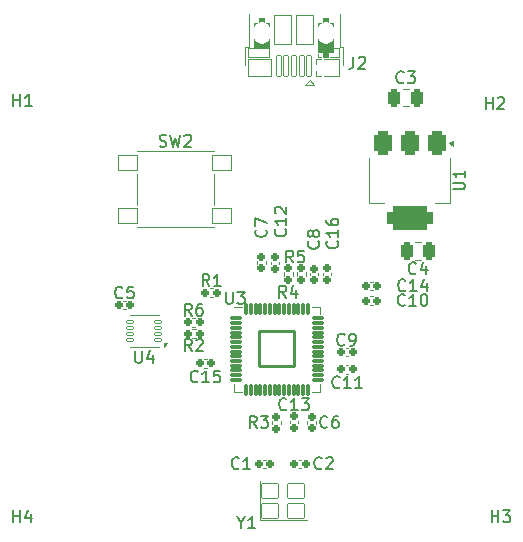
<source format=gto>
G04 #@! TF.GenerationSoftware,KiCad,Pcbnew,8.0.5*
G04 #@! TF.CreationDate,2024-09-17T16:22:35-07:00*
G04 #@! TF.ProjectId,RP2040_PCB,52503230-3430-45f5-9043-422e6b696361,rev?*
G04 #@! TF.SameCoordinates,Original*
G04 #@! TF.FileFunction,Legend,Top*
G04 #@! TF.FilePolarity,Positive*
%FSLAX46Y46*%
G04 Gerber Fmt 4.6, Leading zero omitted, Abs format (unit mm)*
G04 Created by KiCad (PCBNEW 8.0.5) date 2024-09-17 16:22:35*
%MOMM*%
%LPD*%
G01*
G04 APERTURE LIST*
G04 Aperture macros list*
%AMRoundRect*
0 Rectangle with rounded corners*
0 $1 Rounding radius*
0 $2 $3 $4 $5 $6 $7 $8 $9 X,Y pos of 4 corners*
0 Add a 4 corners polygon primitive as box body*
4,1,4,$2,$3,$4,$5,$6,$7,$8,$9,$2,$3,0*
0 Add four circle primitives for the rounded corners*
1,1,$1+$1,$2,$3*
1,1,$1+$1,$4,$5*
1,1,$1+$1,$6,$7*
1,1,$1+$1,$8,$9*
0 Add four rect primitives between the rounded corners*
20,1,$1+$1,$2,$3,$4,$5,0*
20,1,$1+$1,$4,$5,$6,$7,0*
20,1,$1+$1,$6,$7,$8,$9,0*
20,1,$1+$1,$8,$9,$2,$3,0*%
%AMFreePoly0*
4,1,14,0.526870,0.876870,0.538000,0.850000,0.538000,-0.850000,0.526870,-0.876870,0.500000,-0.888000,-0.500000,-0.888000,-0.526870,-0.876870,-0.538000,-0.850000,-0.538000,0.550000,-0.526870,0.576870,-0.226870,0.876870,-0.200000,0.888000,0.500000,0.888000,0.526870,0.876870,0.526870,0.876870,$1*%
G04 Aperture macros list end*
%ADD10C,0.150000*%
%ADD11C,0.120000*%
%ADD12C,2.776000*%
%ADD13RoundRect,0.154000X-0.204000X0.154000X-0.204000X-0.154000X0.204000X-0.154000X0.204000X0.154000X0*%
%ADD14RoundRect,0.269000X-0.269000X-0.494000X0.269000X-0.494000X0.269000X0.494000X-0.269000X0.494000X0*%
%ADD15RoundRect,0.159000X0.159000X0.189000X-0.159000X0.189000X-0.159000X-0.189000X0.159000X-0.189000X0*%
%ADD16RoundRect,0.159000X-0.159000X-0.189000X0.159000X-0.189000X0.159000X0.189000X-0.159000X0.189000X0*%
%ADD17RoundRect,0.038000X-0.775000X-0.650000X0.775000X-0.650000X0.775000X0.650000X-0.775000X0.650000X0*%
%ADD18RoundRect,0.159000X-0.189000X0.159000X-0.189000X-0.159000X0.189000X-0.159000X0.189000X0.159000X0*%
%ADD19RoundRect,0.159000X0.189000X-0.159000X0.189000X0.159000X-0.189000X0.159000X-0.189000X-0.159000X0*%
%ADD20RoundRect,0.154000X0.154000X0.204000X-0.154000X0.204000X-0.154000X-0.204000X0.154000X-0.204000X0*%
%ADD21RoundRect,0.394000X-0.394000X0.644000X-0.394000X-0.644000X0.394000X-0.644000X0.394000X0.644000X0*%
%ADD22RoundRect,0.519000X-1.419000X0.519000X-1.419000X-0.519000X1.419000X-0.519000X1.419000X0.519000X0*%
%ADD23RoundRect,0.038000X0.275000X0.125000X-0.275000X0.125000X-0.275000X-0.125000X0.275000X-0.125000X0*%
%ADD24RoundRect,0.038000X-0.275000X-0.125000X0.275000X-0.125000X0.275000X0.125000X-0.275000X0.125000X0*%
%ADD25FreePoly0,180.000000*%
%ADD26RoundRect,0.069000X-0.406500X-0.069000X0.406500X-0.069000X0.406500X0.069000X-0.406500X0.069000X0*%
%ADD27RoundRect,0.069000X-0.069000X-0.406500X0.069000X-0.406500X0.069000X0.406500X-0.069000X0.406500X0*%
%ADD28RoundRect,0.147420X-1.490580X-1.490580X1.490580X-1.490580X1.490580X1.490580X-1.490580X1.490580X0*%
%ADD29RoundRect,0.038000X-0.200000X0.875000X-0.200000X-0.875000X0.200000X-0.875000X0.200000X0.875000X0*%
%ADD30RoundRect,0.038000X0.912500X0.350000X-0.912500X0.350000X-0.912500X-0.350000X0.912500X-0.350000X0*%
%ADD31RoundRect,0.038000X1.000000X0.730000X-1.000000X0.730000X-1.000000X-0.730000X1.000000X-0.730000X0*%
%ADD32RoundRect,0.407296X0.280704X1.255704X-0.280704X1.255704X-0.280704X-1.255704X0.280704X-1.255704X0*%
%ADD33O,1.376000X1.876000*%
%ADD34O,1.126000X1.526000*%
%ADD35RoundRect,0.038000X-0.712500X1.250000X-0.712500X-1.250000X0.712500X-1.250000X0.712500X1.250000X0*%
%ADD36RoundRect,0.038000X-0.700000X-0.600000X0.700000X-0.600000X0.700000X0.600000X-0.700000X0.600000X0*%
G04 APERTURE END LIST*
D10*
X171144161Y-84666600D02*
X171144161Y-83666600D01*
X171144161Y-84142790D02*
X171715589Y-84142790D01*
X171715589Y-84666600D02*
X171715589Y-83666600D01*
X172144161Y-83761838D02*
X172191780Y-83714219D01*
X172191780Y-83714219D02*
X172287018Y-83666600D01*
X172287018Y-83666600D02*
X172525113Y-83666600D01*
X172525113Y-83666600D02*
X172620351Y-83714219D01*
X172620351Y-83714219D02*
X172667970Y-83761838D01*
X172667970Y-83761838D02*
X172715589Y-83857076D01*
X172715589Y-83857076D02*
X172715589Y-83952314D01*
X172715589Y-83952314D02*
X172667970Y-84095171D01*
X172667970Y-84095171D02*
X172096542Y-84666600D01*
X172096542Y-84666600D02*
X172715589Y-84666600D01*
X154833333Y-97666600D02*
X154500000Y-97190409D01*
X154261905Y-97666600D02*
X154261905Y-96666600D01*
X154261905Y-96666600D02*
X154642857Y-96666600D01*
X154642857Y-96666600D02*
X154738095Y-96714219D01*
X154738095Y-96714219D02*
X154785714Y-96761838D01*
X154785714Y-96761838D02*
X154833333Y-96857076D01*
X154833333Y-96857076D02*
X154833333Y-96999933D01*
X154833333Y-96999933D02*
X154785714Y-97095171D01*
X154785714Y-97095171D02*
X154738095Y-97142790D01*
X154738095Y-97142790D02*
X154642857Y-97190409D01*
X154642857Y-97190409D02*
X154261905Y-97190409D01*
X155738095Y-96666600D02*
X155261905Y-96666600D01*
X155261905Y-96666600D02*
X155214286Y-97142790D01*
X155214286Y-97142790D02*
X155261905Y-97095171D01*
X155261905Y-97095171D02*
X155357143Y-97047552D01*
X155357143Y-97047552D02*
X155595238Y-97047552D01*
X155595238Y-97047552D02*
X155690476Y-97095171D01*
X155690476Y-97095171D02*
X155738095Y-97142790D01*
X155738095Y-97142790D02*
X155785714Y-97238028D01*
X155785714Y-97238028D02*
X155785714Y-97476123D01*
X155785714Y-97476123D02*
X155738095Y-97571361D01*
X155738095Y-97571361D02*
X155690476Y-97618981D01*
X155690476Y-97618981D02*
X155595238Y-97666600D01*
X155595238Y-97666600D02*
X155357143Y-97666600D01*
X155357143Y-97666600D02*
X155261905Y-97618981D01*
X155261905Y-97618981D02*
X155214286Y-97571361D01*
X131144161Y-119666600D02*
X131144161Y-118666600D01*
X131144161Y-119142790D02*
X131715589Y-119142790D01*
X131715589Y-119666600D02*
X131715589Y-118666600D01*
X132620351Y-118999933D02*
X132620351Y-119666600D01*
X132382256Y-118618981D02*
X132144161Y-119333266D01*
X132144161Y-119333266D02*
X132763208Y-119333266D01*
X165239399Y-98571361D02*
X165191780Y-98618981D01*
X165191780Y-98618981D02*
X165048923Y-98666600D01*
X165048923Y-98666600D02*
X164953685Y-98666600D01*
X164953685Y-98666600D02*
X164810828Y-98618981D01*
X164810828Y-98618981D02*
X164715590Y-98523742D01*
X164715590Y-98523742D02*
X164667971Y-98428504D01*
X164667971Y-98428504D02*
X164620352Y-98238028D01*
X164620352Y-98238028D02*
X164620352Y-98095171D01*
X164620352Y-98095171D02*
X164667971Y-97904695D01*
X164667971Y-97904695D02*
X164715590Y-97809457D01*
X164715590Y-97809457D02*
X164810828Y-97714219D01*
X164810828Y-97714219D02*
X164953685Y-97666600D01*
X164953685Y-97666600D02*
X165048923Y-97666600D01*
X165048923Y-97666600D02*
X165191780Y-97714219D01*
X165191780Y-97714219D02*
X165239399Y-97761838D01*
X166096542Y-97999933D02*
X166096542Y-98666600D01*
X165858447Y-97618981D02*
X165620352Y-98333266D01*
X165620352Y-98333266D02*
X166239399Y-98333266D01*
X146763208Y-107731361D02*
X146715589Y-107778981D01*
X146715589Y-107778981D02*
X146572732Y-107826600D01*
X146572732Y-107826600D02*
X146477494Y-107826600D01*
X146477494Y-107826600D02*
X146334637Y-107778981D01*
X146334637Y-107778981D02*
X146239399Y-107683742D01*
X146239399Y-107683742D02*
X146191780Y-107588504D01*
X146191780Y-107588504D02*
X146144161Y-107398028D01*
X146144161Y-107398028D02*
X146144161Y-107255171D01*
X146144161Y-107255171D02*
X146191780Y-107064695D01*
X146191780Y-107064695D02*
X146239399Y-106969457D01*
X146239399Y-106969457D02*
X146334637Y-106874219D01*
X146334637Y-106874219D02*
X146477494Y-106826600D01*
X146477494Y-106826600D02*
X146572732Y-106826600D01*
X146572732Y-106826600D02*
X146715589Y-106874219D01*
X146715589Y-106874219D02*
X146763208Y-106921838D01*
X147715589Y-107826600D02*
X147144161Y-107826600D01*
X147429875Y-107826600D02*
X147429875Y-106826600D01*
X147429875Y-106826600D02*
X147334637Y-106969457D01*
X147334637Y-106969457D02*
X147239399Y-107064695D01*
X147239399Y-107064695D02*
X147144161Y-107112314D01*
X148620351Y-106826600D02*
X148144161Y-106826600D01*
X148144161Y-106826600D02*
X148096542Y-107302790D01*
X148096542Y-107302790D02*
X148144161Y-107255171D01*
X148144161Y-107255171D02*
X148239399Y-107207552D01*
X148239399Y-107207552D02*
X148477494Y-107207552D01*
X148477494Y-107207552D02*
X148572732Y-107255171D01*
X148572732Y-107255171D02*
X148620351Y-107302790D01*
X148620351Y-107302790D02*
X148667970Y-107398028D01*
X148667970Y-107398028D02*
X148667970Y-107636123D01*
X148667970Y-107636123D02*
X148620351Y-107731361D01*
X148620351Y-107731361D02*
X148572732Y-107778981D01*
X148572732Y-107778981D02*
X148477494Y-107826600D01*
X148477494Y-107826600D02*
X148239399Y-107826600D01*
X148239399Y-107826600D02*
X148144161Y-107778981D01*
X148144161Y-107778981D02*
X148096542Y-107731361D01*
X157239399Y-115071361D02*
X157191780Y-115118981D01*
X157191780Y-115118981D02*
X157048923Y-115166600D01*
X157048923Y-115166600D02*
X156953685Y-115166600D01*
X156953685Y-115166600D02*
X156810828Y-115118981D01*
X156810828Y-115118981D02*
X156715590Y-115023742D01*
X156715590Y-115023742D02*
X156667971Y-114928504D01*
X156667971Y-114928504D02*
X156620352Y-114738028D01*
X156620352Y-114738028D02*
X156620352Y-114595171D01*
X156620352Y-114595171D02*
X156667971Y-114404695D01*
X156667971Y-114404695D02*
X156715590Y-114309457D01*
X156715590Y-114309457D02*
X156810828Y-114214219D01*
X156810828Y-114214219D02*
X156953685Y-114166600D01*
X156953685Y-114166600D02*
X157048923Y-114166600D01*
X157048923Y-114166600D02*
X157191780Y-114214219D01*
X157191780Y-114214219D02*
X157239399Y-114261838D01*
X157620352Y-114261838D02*
X157667971Y-114214219D01*
X157667971Y-114214219D02*
X157763209Y-114166600D01*
X157763209Y-114166600D02*
X158001304Y-114166600D01*
X158001304Y-114166600D02*
X158096542Y-114214219D01*
X158096542Y-114214219D02*
X158144161Y-114261838D01*
X158144161Y-114261838D02*
X158191780Y-114357076D01*
X158191780Y-114357076D02*
X158191780Y-114452314D01*
X158191780Y-114452314D02*
X158144161Y-114595171D01*
X158144161Y-114595171D02*
X157572733Y-115166600D01*
X157572733Y-115166600D02*
X158191780Y-115166600D01*
X143527733Y-87818981D02*
X143670590Y-87866600D01*
X143670590Y-87866600D02*
X143908685Y-87866600D01*
X143908685Y-87866600D02*
X144003923Y-87818981D01*
X144003923Y-87818981D02*
X144051542Y-87771361D01*
X144051542Y-87771361D02*
X144099161Y-87676123D01*
X144099161Y-87676123D02*
X144099161Y-87580885D01*
X144099161Y-87580885D02*
X144051542Y-87485647D01*
X144051542Y-87485647D02*
X144003923Y-87438028D01*
X144003923Y-87438028D02*
X143908685Y-87390409D01*
X143908685Y-87390409D02*
X143718209Y-87342790D01*
X143718209Y-87342790D02*
X143622971Y-87295171D01*
X143622971Y-87295171D02*
X143575352Y-87247552D01*
X143575352Y-87247552D02*
X143527733Y-87152314D01*
X143527733Y-87152314D02*
X143527733Y-87057076D01*
X143527733Y-87057076D02*
X143575352Y-86961838D01*
X143575352Y-86961838D02*
X143622971Y-86914219D01*
X143622971Y-86914219D02*
X143718209Y-86866600D01*
X143718209Y-86866600D02*
X143956304Y-86866600D01*
X143956304Y-86866600D02*
X144099161Y-86914219D01*
X144432495Y-86866600D02*
X144670590Y-87866600D01*
X144670590Y-87866600D02*
X144861066Y-87152314D01*
X144861066Y-87152314D02*
X145051542Y-87866600D01*
X145051542Y-87866600D02*
X145289638Y-86866600D01*
X145622971Y-86961838D02*
X145670590Y-86914219D01*
X145670590Y-86914219D02*
X145765828Y-86866600D01*
X145765828Y-86866600D02*
X146003923Y-86866600D01*
X146003923Y-86866600D02*
X146099161Y-86914219D01*
X146099161Y-86914219D02*
X146146780Y-86961838D01*
X146146780Y-86961838D02*
X146194399Y-87057076D01*
X146194399Y-87057076D02*
X146194399Y-87152314D01*
X146194399Y-87152314D02*
X146146780Y-87295171D01*
X146146780Y-87295171D02*
X145575352Y-87866600D01*
X145575352Y-87866600D02*
X146194399Y-87866600D01*
X154263208Y-110071361D02*
X154215589Y-110118981D01*
X154215589Y-110118981D02*
X154072732Y-110166600D01*
X154072732Y-110166600D02*
X153977494Y-110166600D01*
X153977494Y-110166600D02*
X153834637Y-110118981D01*
X153834637Y-110118981D02*
X153739399Y-110023742D01*
X153739399Y-110023742D02*
X153691780Y-109928504D01*
X153691780Y-109928504D02*
X153644161Y-109738028D01*
X153644161Y-109738028D02*
X153644161Y-109595171D01*
X153644161Y-109595171D02*
X153691780Y-109404695D01*
X153691780Y-109404695D02*
X153739399Y-109309457D01*
X153739399Y-109309457D02*
X153834637Y-109214219D01*
X153834637Y-109214219D02*
X153977494Y-109166600D01*
X153977494Y-109166600D02*
X154072732Y-109166600D01*
X154072732Y-109166600D02*
X154215589Y-109214219D01*
X154215589Y-109214219D02*
X154263208Y-109261838D01*
X155215589Y-110166600D02*
X154644161Y-110166600D01*
X154929875Y-110166600D02*
X154929875Y-109166600D01*
X154929875Y-109166600D02*
X154834637Y-109309457D01*
X154834637Y-109309457D02*
X154739399Y-109404695D01*
X154739399Y-109404695D02*
X154644161Y-109452314D01*
X155548923Y-109166600D02*
X156167970Y-109166600D01*
X156167970Y-109166600D02*
X155834637Y-109547552D01*
X155834637Y-109547552D02*
X155977494Y-109547552D01*
X155977494Y-109547552D02*
X156072732Y-109595171D01*
X156072732Y-109595171D02*
X156120351Y-109642790D01*
X156120351Y-109642790D02*
X156167970Y-109738028D01*
X156167970Y-109738028D02*
X156167970Y-109976123D01*
X156167970Y-109976123D02*
X156120351Y-110071361D01*
X156120351Y-110071361D02*
X156072732Y-110118981D01*
X156072732Y-110118981D02*
X155977494Y-110166600D01*
X155977494Y-110166600D02*
X155691780Y-110166600D01*
X155691780Y-110166600D02*
X155596542Y-110118981D01*
X155596542Y-110118981D02*
X155548923Y-110071361D01*
X159183333Y-104609580D02*
X159135714Y-104657200D01*
X159135714Y-104657200D02*
X158992857Y-104704819D01*
X158992857Y-104704819D02*
X158897619Y-104704819D01*
X158897619Y-104704819D02*
X158754762Y-104657200D01*
X158754762Y-104657200D02*
X158659524Y-104561961D01*
X158659524Y-104561961D02*
X158611905Y-104466723D01*
X158611905Y-104466723D02*
X158564286Y-104276247D01*
X158564286Y-104276247D02*
X158564286Y-104133390D01*
X158564286Y-104133390D02*
X158611905Y-103942914D01*
X158611905Y-103942914D02*
X158659524Y-103847676D01*
X158659524Y-103847676D02*
X158754762Y-103752438D01*
X158754762Y-103752438D02*
X158897619Y-103704819D01*
X158897619Y-103704819D02*
X158992857Y-103704819D01*
X158992857Y-103704819D02*
X159135714Y-103752438D01*
X159135714Y-103752438D02*
X159183333Y-103800057D01*
X159659524Y-104704819D02*
X159850000Y-104704819D01*
X159850000Y-104704819D02*
X159945238Y-104657200D01*
X159945238Y-104657200D02*
X159992857Y-104609580D01*
X159992857Y-104609580D02*
X160088095Y-104466723D01*
X160088095Y-104466723D02*
X160135714Y-104276247D01*
X160135714Y-104276247D02*
X160135714Y-103895295D01*
X160135714Y-103895295D02*
X160088095Y-103800057D01*
X160088095Y-103800057D02*
X160040476Y-103752438D01*
X160040476Y-103752438D02*
X159945238Y-103704819D01*
X159945238Y-103704819D02*
X159754762Y-103704819D01*
X159754762Y-103704819D02*
X159659524Y-103752438D01*
X159659524Y-103752438D02*
X159611905Y-103800057D01*
X159611905Y-103800057D02*
X159564286Y-103895295D01*
X159564286Y-103895295D02*
X159564286Y-104133390D01*
X159564286Y-104133390D02*
X159611905Y-104228628D01*
X159611905Y-104228628D02*
X159659524Y-104276247D01*
X159659524Y-104276247D02*
X159754762Y-104323866D01*
X159754762Y-104323866D02*
X159945238Y-104323866D01*
X159945238Y-104323866D02*
X160040476Y-104276247D01*
X160040476Y-104276247D02*
X160088095Y-104228628D01*
X160088095Y-104228628D02*
X160135714Y-104133390D01*
X164297142Y-101259580D02*
X164249523Y-101307200D01*
X164249523Y-101307200D02*
X164106666Y-101354819D01*
X164106666Y-101354819D02*
X164011428Y-101354819D01*
X164011428Y-101354819D02*
X163868571Y-101307200D01*
X163868571Y-101307200D02*
X163773333Y-101211961D01*
X163773333Y-101211961D02*
X163725714Y-101116723D01*
X163725714Y-101116723D02*
X163678095Y-100926247D01*
X163678095Y-100926247D02*
X163678095Y-100783390D01*
X163678095Y-100783390D02*
X163725714Y-100592914D01*
X163725714Y-100592914D02*
X163773333Y-100497676D01*
X163773333Y-100497676D02*
X163868571Y-100402438D01*
X163868571Y-100402438D02*
X164011428Y-100354819D01*
X164011428Y-100354819D02*
X164106666Y-100354819D01*
X164106666Y-100354819D02*
X164249523Y-100402438D01*
X164249523Y-100402438D02*
X164297142Y-100450057D01*
X165249523Y-101354819D02*
X164678095Y-101354819D01*
X164963809Y-101354819D02*
X164963809Y-100354819D01*
X164963809Y-100354819D02*
X164868571Y-100497676D01*
X164868571Y-100497676D02*
X164773333Y-100592914D01*
X164773333Y-100592914D02*
X164678095Y-100640533D01*
X165868571Y-100354819D02*
X165963809Y-100354819D01*
X165963809Y-100354819D02*
X166059047Y-100402438D01*
X166059047Y-100402438D02*
X166106666Y-100450057D01*
X166106666Y-100450057D02*
X166154285Y-100545295D01*
X166154285Y-100545295D02*
X166201904Y-100735771D01*
X166201904Y-100735771D02*
X166201904Y-100973866D01*
X166201904Y-100973866D02*
X166154285Y-101164342D01*
X166154285Y-101164342D02*
X166106666Y-101259580D01*
X166106666Y-101259580D02*
X166059047Y-101307200D01*
X166059047Y-101307200D02*
X165963809Y-101354819D01*
X165963809Y-101354819D02*
X165868571Y-101354819D01*
X165868571Y-101354819D02*
X165773333Y-101307200D01*
X165773333Y-101307200D02*
X165725714Y-101259580D01*
X165725714Y-101259580D02*
X165678095Y-101164342D01*
X165678095Y-101164342D02*
X165630476Y-100973866D01*
X165630476Y-100973866D02*
X165630476Y-100735771D01*
X165630476Y-100735771D02*
X165678095Y-100545295D01*
X165678095Y-100545295D02*
X165725714Y-100450057D01*
X165725714Y-100450057D02*
X165773333Y-100402438D01*
X165773333Y-100402438D02*
X165868571Y-100354819D01*
X157739399Y-111571361D02*
X157691780Y-111618981D01*
X157691780Y-111618981D02*
X157548923Y-111666600D01*
X157548923Y-111666600D02*
X157453685Y-111666600D01*
X157453685Y-111666600D02*
X157310828Y-111618981D01*
X157310828Y-111618981D02*
X157215590Y-111523742D01*
X157215590Y-111523742D02*
X157167971Y-111428504D01*
X157167971Y-111428504D02*
X157120352Y-111238028D01*
X157120352Y-111238028D02*
X157120352Y-111095171D01*
X157120352Y-111095171D02*
X157167971Y-110904695D01*
X157167971Y-110904695D02*
X157215590Y-110809457D01*
X157215590Y-110809457D02*
X157310828Y-110714219D01*
X157310828Y-110714219D02*
X157453685Y-110666600D01*
X157453685Y-110666600D02*
X157548923Y-110666600D01*
X157548923Y-110666600D02*
X157691780Y-110714219D01*
X157691780Y-110714219D02*
X157739399Y-110761838D01*
X158596542Y-110666600D02*
X158406066Y-110666600D01*
X158406066Y-110666600D02*
X158310828Y-110714219D01*
X158310828Y-110714219D02*
X158263209Y-110761838D01*
X158263209Y-110761838D02*
X158167971Y-110904695D01*
X158167971Y-110904695D02*
X158120352Y-111095171D01*
X158120352Y-111095171D02*
X158120352Y-111476123D01*
X158120352Y-111476123D02*
X158167971Y-111571361D01*
X158167971Y-111571361D02*
X158215590Y-111618981D01*
X158215590Y-111618981D02*
X158310828Y-111666600D01*
X158310828Y-111666600D02*
X158501304Y-111666600D01*
X158501304Y-111666600D02*
X158596542Y-111618981D01*
X158596542Y-111618981D02*
X158644161Y-111571361D01*
X158644161Y-111571361D02*
X158691780Y-111476123D01*
X158691780Y-111476123D02*
X158691780Y-111238028D01*
X158691780Y-111238028D02*
X158644161Y-111142790D01*
X158644161Y-111142790D02*
X158596542Y-111095171D01*
X158596542Y-111095171D02*
X158501304Y-111047552D01*
X158501304Y-111047552D02*
X158310828Y-111047552D01*
X158310828Y-111047552D02*
X158215590Y-111095171D01*
X158215590Y-111095171D02*
X158167971Y-111142790D01*
X158167971Y-111142790D02*
X158120352Y-111238028D01*
X158559580Y-95854638D02*
X158607200Y-95902257D01*
X158607200Y-95902257D02*
X158654819Y-96045114D01*
X158654819Y-96045114D02*
X158654819Y-96140352D01*
X158654819Y-96140352D02*
X158607200Y-96283209D01*
X158607200Y-96283209D02*
X158511961Y-96378447D01*
X158511961Y-96378447D02*
X158416723Y-96426066D01*
X158416723Y-96426066D02*
X158226247Y-96473685D01*
X158226247Y-96473685D02*
X158083390Y-96473685D01*
X158083390Y-96473685D02*
X157892914Y-96426066D01*
X157892914Y-96426066D02*
X157797676Y-96378447D01*
X157797676Y-96378447D02*
X157702438Y-96283209D01*
X157702438Y-96283209D02*
X157654819Y-96140352D01*
X157654819Y-96140352D02*
X157654819Y-96045114D01*
X157654819Y-96045114D02*
X157702438Y-95902257D01*
X157702438Y-95902257D02*
X157750057Y-95854638D01*
X158654819Y-94902257D02*
X158654819Y-95473685D01*
X158654819Y-95187971D02*
X157654819Y-95187971D01*
X157654819Y-95187971D02*
X157797676Y-95283209D01*
X157797676Y-95283209D02*
X157892914Y-95378447D01*
X157892914Y-95378447D02*
X157940533Y-95473685D01*
X157654819Y-94045114D02*
X157654819Y-94235590D01*
X157654819Y-94235590D02*
X157702438Y-94330828D01*
X157702438Y-94330828D02*
X157750057Y-94378447D01*
X157750057Y-94378447D02*
X157892914Y-94473685D01*
X157892914Y-94473685D02*
X158083390Y-94521304D01*
X158083390Y-94521304D02*
X158464342Y-94521304D01*
X158464342Y-94521304D02*
X158559580Y-94473685D01*
X158559580Y-94473685D02*
X158607200Y-94426066D01*
X158607200Y-94426066D02*
X158654819Y-94330828D01*
X158654819Y-94330828D02*
X158654819Y-94140352D01*
X158654819Y-94140352D02*
X158607200Y-94045114D01*
X158607200Y-94045114D02*
X158559580Y-93997495D01*
X158559580Y-93997495D02*
X158464342Y-93949876D01*
X158464342Y-93949876D02*
X158226247Y-93949876D01*
X158226247Y-93949876D02*
X158131009Y-93997495D01*
X158131009Y-93997495D02*
X158083390Y-94045114D01*
X158083390Y-94045114D02*
X158035771Y-94140352D01*
X158035771Y-94140352D02*
X158035771Y-94330828D01*
X158035771Y-94330828D02*
X158083390Y-94426066D01*
X158083390Y-94426066D02*
X158131009Y-94473685D01*
X158131009Y-94473685D02*
X158226247Y-94521304D01*
X154233333Y-100634819D02*
X153900000Y-100158628D01*
X153661905Y-100634819D02*
X153661905Y-99634819D01*
X153661905Y-99634819D02*
X154042857Y-99634819D01*
X154042857Y-99634819D02*
X154138095Y-99682438D01*
X154138095Y-99682438D02*
X154185714Y-99730057D01*
X154185714Y-99730057D02*
X154233333Y-99825295D01*
X154233333Y-99825295D02*
X154233333Y-99968152D01*
X154233333Y-99968152D02*
X154185714Y-100063390D01*
X154185714Y-100063390D02*
X154138095Y-100111009D01*
X154138095Y-100111009D02*
X154042857Y-100158628D01*
X154042857Y-100158628D02*
X153661905Y-100158628D01*
X155090476Y-99968152D02*
X155090476Y-100634819D01*
X154852381Y-99587200D02*
X154614286Y-100301485D01*
X154614286Y-100301485D02*
X155233333Y-100301485D01*
X158763208Y-108209580D02*
X158715589Y-108257200D01*
X158715589Y-108257200D02*
X158572732Y-108304819D01*
X158572732Y-108304819D02*
X158477494Y-108304819D01*
X158477494Y-108304819D02*
X158334637Y-108257200D01*
X158334637Y-108257200D02*
X158239399Y-108161961D01*
X158239399Y-108161961D02*
X158191780Y-108066723D01*
X158191780Y-108066723D02*
X158144161Y-107876247D01*
X158144161Y-107876247D02*
X158144161Y-107733390D01*
X158144161Y-107733390D02*
X158191780Y-107542914D01*
X158191780Y-107542914D02*
X158239399Y-107447676D01*
X158239399Y-107447676D02*
X158334637Y-107352438D01*
X158334637Y-107352438D02*
X158477494Y-107304819D01*
X158477494Y-107304819D02*
X158572732Y-107304819D01*
X158572732Y-107304819D02*
X158715589Y-107352438D01*
X158715589Y-107352438D02*
X158763208Y-107400057D01*
X159715589Y-108304819D02*
X159144161Y-108304819D01*
X159429875Y-108304819D02*
X159429875Y-107304819D01*
X159429875Y-107304819D02*
X159334637Y-107447676D01*
X159334637Y-107447676D02*
X159239399Y-107542914D01*
X159239399Y-107542914D02*
X159144161Y-107590533D01*
X160667970Y-108304819D02*
X160096542Y-108304819D01*
X160382256Y-108304819D02*
X160382256Y-107304819D01*
X160382256Y-107304819D02*
X160287018Y-107447676D01*
X160287018Y-107447676D02*
X160191780Y-107542914D01*
X160191780Y-107542914D02*
X160096542Y-107590533D01*
X164189399Y-82391361D02*
X164141780Y-82438981D01*
X164141780Y-82438981D02*
X163998923Y-82486600D01*
X163998923Y-82486600D02*
X163903685Y-82486600D01*
X163903685Y-82486600D02*
X163760828Y-82438981D01*
X163760828Y-82438981D02*
X163665590Y-82343742D01*
X163665590Y-82343742D02*
X163617971Y-82248504D01*
X163617971Y-82248504D02*
X163570352Y-82058028D01*
X163570352Y-82058028D02*
X163570352Y-81915171D01*
X163570352Y-81915171D02*
X163617971Y-81724695D01*
X163617971Y-81724695D02*
X163665590Y-81629457D01*
X163665590Y-81629457D02*
X163760828Y-81534219D01*
X163760828Y-81534219D02*
X163903685Y-81486600D01*
X163903685Y-81486600D02*
X163998923Y-81486600D01*
X163998923Y-81486600D02*
X164141780Y-81534219D01*
X164141780Y-81534219D02*
X164189399Y-81581838D01*
X164522733Y-81486600D02*
X165141780Y-81486600D01*
X165141780Y-81486600D02*
X164808447Y-81867552D01*
X164808447Y-81867552D02*
X164951304Y-81867552D01*
X164951304Y-81867552D02*
X165046542Y-81915171D01*
X165046542Y-81915171D02*
X165094161Y-81962790D01*
X165094161Y-81962790D02*
X165141780Y-82058028D01*
X165141780Y-82058028D02*
X165141780Y-82296123D01*
X165141780Y-82296123D02*
X165094161Y-82391361D01*
X165094161Y-82391361D02*
X165046542Y-82438981D01*
X165046542Y-82438981D02*
X164951304Y-82486600D01*
X164951304Y-82486600D02*
X164665590Y-82486600D01*
X164665590Y-82486600D02*
X164570352Y-82438981D01*
X164570352Y-82438981D02*
X164522733Y-82391361D01*
X146239399Y-102166600D02*
X145906066Y-101690409D01*
X145667971Y-102166600D02*
X145667971Y-101166600D01*
X145667971Y-101166600D02*
X146048923Y-101166600D01*
X146048923Y-101166600D02*
X146144161Y-101214219D01*
X146144161Y-101214219D02*
X146191780Y-101261838D01*
X146191780Y-101261838D02*
X146239399Y-101357076D01*
X146239399Y-101357076D02*
X146239399Y-101499933D01*
X146239399Y-101499933D02*
X146191780Y-101595171D01*
X146191780Y-101595171D02*
X146144161Y-101642790D01*
X146144161Y-101642790D02*
X146048923Y-101690409D01*
X146048923Y-101690409D02*
X145667971Y-101690409D01*
X147096542Y-101166600D02*
X146906066Y-101166600D01*
X146906066Y-101166600D02*
X146810828Y-101214219D01*
X146810828Y-101214219D02*
X146763209Y-101261838D01*
X146763209Y-101261838D02*
X146667971Y-101404695D01*
X146667971Y-101404695D02*
X146620352Y-101595171D01*
X146620352Y-101595171D02*
X146620352Y-101976123D01*
X146620352Y-101976123D02*
X146667971Y-102071361D01*
X146667971Y-102071361D02*
X146715590Y-102118981D01*
X146715590Y-102118981D02*
X146810828Y-102166600D01*
X146810828Y-102166600D02*
X147001304Y-102166600D01*
X147001304Y-102166600D02*
X147096542Y-102118981D01*
X147096542Y-102118981D02*
X147144161Y-102071361D01*
X147144161Y-102071361D02*
X147191780Y-101976123D01*
X147191780Y-101976123D02*
X147191780Y-101738028D01*
X147191780Y-101738028D02*
X147144161Y-101642790D01*
X147144161Y-101642790D02*
X147096542Y-101595171D01*
X147096542Y-101595171D02*
X147001304Y-101547552D01*
X147001304Y-101547552D02*
X146810828Y-101547552D01*
X146810828Y-101547552D02*
X146715590Y-101595171D01*
X146715590Y-101595171D02*
X146667971Y-101642790D01*
X146667971Y-101642790D02*
X146620352Y-101738028D01*
X150239399Y-115071361D02*
X150191780Y-115118981D01*
X150191780Y-115118981D02*
X150048923Y-115166600D01*
X150048923Y-115166600D02*
X149953685Y-115166600D01*
X149953685Y-115166600D02*
X149810828Y-115118981D01*
X149810828Y-115118981D02*
X149715590Y-115023742D01*
X149715590Y-115023742D02*
X149667971Y-114928504D01*
X149667971Y-114928504D02*
X149620352Y-114738028D01*
X149620352Y-114738028D02*
X149620352Y-114595171D01*
X149620352Y-114595171D02*
X149667971Y-114404695D01*
X149667971Y-114404695D02*
X149715590Y-114309457D01*
X149715590Y-114309457D02*
X149810828Y-114214219D01*
X149810828Y-114214219D02*
X149953685Y-114166600D01*
X149953685Y-114166600D02*
X150048923Y-114166600D01*
X150048923Y-114166600D02*
X150191780Y-114214219D01*
X150191780Y-114214219D02*
X150239399Y-114261838D01*
X151191780Y-115166600D02*
X150620352Y-115166600D01*
X150906066Y-115166600D02*
X150906066Y-114166600D01*
X150906066Y-114166600D02*
X150810828Y-114309457D01*
X150810828Y-114309457D02*
X150715590Y-114404695D01*
X150715590Y-114404695D02*
X150620352Y-114452314D01*
X164327142Y-100009580D02*
X164279523Y-100057200D01*
X164279523Y-100057200D02*
X164136666Y-100104819D01*
X164136666Y-100104819D02*
X164041428Y-100104819D01*
X164041428Y-100104819D02*
X163898571Y-100057200D01*
X163898571Y-100057200D02*
X163803333Y-99961961D01*
X163803333Y-99961961D02*
X163755714Y-99866723D01*
X163755714Y-99866723D02*
X163708095Y-99676247D01*
X163708095Y-99676247D02*
X163708095Y-99533390D01*
X163708095Y-99533390D02*
X163755714Y-99342914D01*
X163755714Y-99342914D02*
X163803333Y-99247676D01*
X163803333Y-99247676D02*
X163898571Y-99152438D01*
X163898571Y-99152438D02*
X164041428Y-99104819D01*
X164041428Y-99104819D02*
X164136666Y-99104819D01*
X164136666Y-99104819D02*
X164279523Y-99152438D01*
X164279523Y-99152438D02*
X164327142Y-99200057D01*
X165279523Y-100104819D02*
X164708095Y-100104819D01*
X164993809Y-100104819D02*
X164993809Y-99104819D01*
X164993809Y-99104819D02*
X164898571Y-99247676D01*
X164898571Y-99247676D02*
X164803333Y-99342914D01*
X164803333Y-99342914D02*
X164708095Y-99390533D01*
X166136666Y-99438152D02*
X166136666Y-100104819D01*
X165898571Y-99057200D02*
X165660476Y-99771485D01*
X165660476Y-99771485D02*
X166279523Y-99771485D01*
X156959580Y-95866666D02*
X157007200Y-95914285D01*
X157007200Y-95914285D02*
X157054819Y-96057142D01*
X157054819Y-96057142D02*
X157054819Y-96152380D01*
X157054819Y-96152380D02*
X157007200Y-96295237D01*
X157007200Y-96295237D02*
X156911961Y-96390475D01*
X156911961Y-96390475D02*
X156816723Y-96438094D01*
X156816723Y-96438094D02*
X156626247Y-96485713D01*
X156626247Y-96485713D02*
X156483390Y-96485713D01*
X156483390Y-96485713D02*
X156292914Y-96438094D01*
X156292914Y-96438094D02*
X156197676Y-96390475D01*
X156197676Y-96390475D02*
X156102438Y-96295237D01*
X156102438Y-96295237D02*
X156054819Y-96152380D01*
X156054819Y-96152380D02*
X156054819Y-96057142D01*
X156054819Y-96057142D02*
X156102438Y-95914285D01*
X156102438Y-95914285D02*
X156150057Y-95866666D01*
X156483390Y-95295237D02*
X156435771Y-95390475D01*
X156435771Y-95390475D02*
X156388152Y-95438094D01*
X156388152Y-95438094D02*
X156292914Y-95485713D01*
X156292914Y-95485713D02*
X156245295Y-95485713D01*
X156245295Y-95485713D02*
X156150057Y-95438094D01*
X156150057Y-95438094D02*
X156102438Y-95390475D01*
X156102438Y-95390475D02*
X156054819Y-95295237D01*
X156054819Y-95295237D02*
X156054819Y-95104761D01*
X156054819Y-95104761D02*
X156102438Y-95009523D01*
X156102438Y-95009523D02*
X156150057Y-94961904D01*
X156150057Y-94961904D02*
X156245295Y-94914285D01*
X156245295Y-94914285D02*
X156292914Y-94914285D01*
X156292914Y-94914285D02*
X156388152Y-94961904D01*
X156388152Y-94961904D02*
X156435771Y-95009523D01*
X156435771Y-95009523D02*
X156483390Y-95104761D01*
X156483390Y-95104761D02*
X156483390Y-95295237D01*
X156483390Y-95295237D02*
X156531009Y-95390475D01*
X156531009Y-95390475D02*
X156578628Y-95438094D01*
X156578628Y-95438094D02*
X156673866Y-95485713D01*
X156673866Y-95485713D02*
X156864342Y-95485713D01*
X156864342Y-95485713D02*
X156959580Y-95438094D01*
X156959580Y-95438094D02*
X157007200Y-95390475D01*
X157007200Y-95390475D02*
X157054819Y-95295237D01*
X157054819Y-95295237D02*
X157054819Y-95104761D01*
X157054819Y-95104761D02*
X157007200Y-95009523D01*
X157007200Y-95009523D02*
X156959580Y-94961904D01*
X156959580Y-94961904D02*
X156864342Y-94914285D01*
X156864342Y-94914285D02*
X156673866Y-94914285D01*
X156673866Y-94914285D02*
X156578628Y-94961904D01*
X156578628Y-94961904D02*
X156531009Y-95009523D01*
X156531009Y-95009523D02*
X156483390Y-95104761D01*
X168360885Y-91473685D02*
X169170408Y-91473685D01*
X169170408Y-91473685D02*
X169265646Y-91426066D01*
X169265646Y-91426066D02*
X169313266Y-91378447D01*
X169313266Y-91378447D02*
X169360885Y-91283209D01*
X169360885Y-91283209D02*
X169360885Y-91092733D01*
X169360885Y-91092733D02*
X169313266Y-90997495D01*
X169313266Y-90997495D02*
X169265646Y-90949876D01*
X169265646Y-90949876D02*
X169170408Y-90902257D01*
X169170408Y-90902257D02*
X168360885Y-90902257D01*
X169360885Y-89902257D02*
X169360885Y-90473685D01*
X169360885Y-90187971D02*
X168360885Y-90187971D01*
X168360885Y-90187971D02*
X168503742Y-90283209D01*
X168503742Y-90283209D02*
X168598980Y-90378447D01*
X168598980Y-90378447D02*
X168646599Y-90473685D01*
X154159580Y-94842857D02*
X154207200Y-94890476D01*
X154207200Y-94890476D02*
X154254819Y-95033333D01*
X154254819Y-95033333D02*
X154254819Y-95128571D01*
X154254819Y-95128571D02*
X154207200Y-95271428D01*
X154207200Y-95271428D02*
X154111961Y-95366666D01*
X154111961Y-95366666D02*
X154016723Y-95414285D01*
X154016723Y-95414285D02*
X153826247Y-95461904D01*
X153826247Y-95461904D02*
X153683390Y-95461904D01*
X153683390Y-95461904D02*
X153492914Y-95414285D01*
X153492914Y-95414285D02*
X153397676Y-95366666D01*
X153397676Y-95366666D02*
X153302438Y-95271428D01*
X153302438Y-95271428D02*
X153254819Y-95128571D01*
X153254819Y-95128571D02*
X153254819Y-95033333D01*
X153254819Y-95033333D02*
X153302438Y-94890476D01*
X153302438Y-94890476D02*
X153350057Y-94842857D01*
X154254819Y-93890476D02*
X154254819Y-94461904D01*
X154254819Y-94176190D02*
X153254819Y-94176190D01*
X153254819Y-94176190D02*
X153397676Y-94271428D01*
X153397676Y-94271428D02*
X153492914Y-94366666D01*
X153492914Y-94366666D02*
X153540533Y-94461904D01*
X153350057Y-93509523D02*
X153302438Y-93461904D01*
X153302438Y-93461904D02*
X153254819Y-93366666D01*
X153254819Y-93366666D02*
X153254819Y-93128571D01*
X153254819Y-93128571D02*
X153302438Y-93033333D01*
X153302438Y-93033333D02*
X153350057Y-92985714D01*
X153350057Y-92985714D02*
X153445295Y-92938095D01*
X153445295Y-92938095D02*
X153540533Y-92938095D01*
X153540533Y-92938095D02*
X153683390Y-92985714D01*
X153683390Y-92985714D02*
X154254819Y-93557142D01*
X154254819Y-93557142D02*
X154254819Y-92938095D01*
X140383333Y-100609580D02*
X140335714Y-100657200D01*
X140335714Y-100657200D02*
X140192857Y-100704819D01*
X140192857Y-100704819D02*
X140097619Y-100704819D01*
X140097619Y-100704819D02*
X139954762Y-100657200D01*
X139954762Y-100657200D02*
X139859524Y-100561961D01*
X139859524Y-100561961D02*
X139811905Y-100466723D01*
X139811905Y-100466723D02*
X139764286Y-100276247D01*
X139764286Y-100276247D02*
X139764286Y-100133390D01*
X139764286Y-100133390D02*
X139811905Y-99942914D01*
X139811905Y-99942914D02*
X139859524Y-99847676D01*
X139859524Y-99847676D02*
X139954762Y-99752438D01*
X139954762Y-99752438D02*
X140097619Y-99704819D01*
X140097619Y-99704819D02*
X140192857Y-99704819D01*
X140192857Y-99704819D02*
X140335714Y-99752438D01*
X140335714Y-99752438D02*
X140383333Y-99800057D01*
X141288095Y-99704819D02*
X140811905Y-99704819D01*
X140811905Y-99704819D02*
X140764286Y-100181009D01*
X140764286Y-100181009D02*
X140811905Y-100133390D01*
X140811905Y-100133390D02*
X140907143Y-100085771D01*
X140907143Y-100085771D02*
X141145238Y-100085771D01*
X141145238Y-100085771D02*
X141240476Y-100133390D01*
X141240476Y-100133390D02*
X141288095Y-100181009D01*
X141288095Y-100181009D02*
X141335714Y-100276247D01*
X141335714Y-100276247D02*
X141335714Y-100514342D01*
X141335714Y-100514342D02*
X141288095Y-100609580D01*
X141288095Y-100609580D02*
X141240476Y-100657200D01*
X141240476Y-100657200D02*
X141145238Y-100704819D01*
X141145238Y-100704819D02*
X140907143Y-100704819D01*
X140907143Y-100704819D02*
X140811905Y-100657200D01*
X140811905Y-100657200D02*
X140764286Y-100609580D01*
X152509580Y-94878447D02*
X152557200Y-94926066D01*
X152557200Y-94926066D02*
X152604819Y-95068923D01*
X152604819Y-95068923D02*
X152604819Y-95164161D01*
X152604819Y-95164161D02*
X152557200Y-95307018D01*
X152557200Y-95307018D02*
X152461961Y-95402256D01*
X152461961Y-95402256D02*
X152366723Y-95449875D01*
X152366723Y-95449875D02*
X152176247Y-95497494D01*
X152176247Y-95497494D02*
X152033390Y-95497494D01*
X152033390Y-95497494D02*
X151842914Y-95449875D01*
X151842914Y-95449875D02*
X151747676Y-95402256D01*
X151747676Y-95402256D02*
X151652438Y-95307018D01*
X151652438Y-95307018D02*
X151604819Y-95164161D01*
X151604819Y-95164161D02*
X151604819Y-95068923D01*
X151604819Y-95068923D02*
X151652438Y-94926066D01*
X151652438Y-94926066D02*
X151700057Y-94878447D01*
X151604819Y-94545113D02*
X151604819Y-93878447D01*
X151604819Y-93878447D02*
X152604819Y-94307018D01*
X131144161Y-84416600D02*
X131144161Y-83416600D01*
X131144161Y-83892790D02*
X131715589Y-83892790D01*
X131715589Y-84416600D02*
X131715589Y-83416600D01*
X132715589Y-84416600D02*
X132144161Y-84416600D01*
X132429875Y-84416600D02*
X132429875Y-83416600D01*
X132429875Y-83416600D02*
X132334637Y-83559457D01*
X132334637Y-83559457D02*
X132239399Y-83654695D01*
X132239399Y-83654695D02*
X132144161Y-83702314D01*
X141469161Y-105166600D02*
X141469161Y-105976123D01*
X141469161Y-105976123D02*
X141516780Y-106071361D01*
X141516780Y-106071361D02*
X141564399Y-106118981D01*
X141564399Y-106118981D02*
X141659637Y-106166600D01*
X141659637Y-106166600D02*
X141850113Y-106166600D01*
X141850113Y-106166600D02*
X141945351Y-106118981D01*
X141945351Y-106118981D02*
X141992970Y-106071361D01*
X141992970Y-106071361D02*
X142040589Y-105976123D01*
X142040589Y-105976123D02*
X142040589Y-105166600D01*
X142945351Y-105499933D02*
X142945351Y-106166600D01*
X142707256Y-105118981D02*
X142469161Y-105833266D01*
X142469161Y-105833266D02*
X143088208Y-105833266D01*
X149144161Y-100166600D02*
X149144161Y-100976123D01*
X149144161Y-100976123D02*
X149191780Y-101071361D01*
X149191780Y-101071361D02*
X149239399Y-101118981D01*
X149239399Y-101118981D02*
X149334637Y-101166600D01*
X149334637Y-101166600D02*
X149525113Y-101166600D01*
X149525113Y-101166600D02*
X149620351Y-101118981D01*
X149620351Y-101118981D02*
X149667970Y-101071361D01*
X149667970Y-101071361D02*
X149715589Y-100976123D01*
X149715589Y-100976123D02*
X149715589Y-100166600D01*
X150096542Y-100166600D02*
X150715589Y-100166600D01*
X150715589Y-100166600D02*
X150382256Y-100547552D01*
X150382256Y-100547552D02*
X150525113Y-100547552D01*
X150525113Y-100547552D02*
X150620351Y-100595171D01*
X150620351Y-100595171D02*
X150667970Y-100642790D01*
X150667970Y-100642790D02*
X150715589Y-100738028D01*
X150715589Y-100738028D02*
X150715589Y-100976123D01*
X150715589Y-100976123D02*
X150667970Y-101071361D01*
X150667970Y-101071361D02*
X150620351Y-101118981D01*
X150620351Y-101118981D02*
X150525113Y-101166600D01*
X150525113Y-101166600D02*
X150239399Y-101166600D01*
X150239399Y-101166600D02*
X150144161Y-101118981D01*
X150144161Y-101118981D02*
X150096542Y-101071361D01*
X159937732Y-80246600D02*
X159937732Y-80960885D01*
X159937732Y-80960885D02*
X159890113Y-81103742D01*
X159890113Y-81103742D02*
X159794875Y-81198981D01*
X159794875Y-81198981D02*
X159652018Y-81246600D01*
X159652018Y-81246600D02*
X159556780Y-81246600D01*
X160366304Y-80341838D02*
X160413923Y-80294219D01*
X160413923Y-80294219D02*
X160509161Y-80246600D01*
X160509161Y-80246600D02*
X160747256Y-80246600D01*
X160747256Y-80246600D02*
X160842494Y-80294219D01*
X160842494Y-80294219D02*
X160890113Y-80341838D01*
X160890113Y-80341838D02*
X160937732Y-80437076D01*
X160937732Y-80437076D02*
X160937732Y-80532314D01*
X160937732Y-80532314D02*
X160890113Y-80675171D01*
X160890113Y-80675171D02*
X160318685Y-81246600D01*
X160318685Y-81246600D02*
X160937732Y-81246600D01*
X150429875Y-119690409D02*
X150429875Y-120166600D01*
X150096542Y-119166600D02*
X150429875Y-119690409D01*
X150429875Y-119690409D02*
X150763208Y-119166600D01*
X151620351Y-120166600D02*
X151048923Y-120166600D01*
X151334637Y-120166600D02*
X151334637Y-119166600D01*
X151334637Y-119166600D02*
X151239399Y-119309457D01*
X151239399Y-119309457D02*
X151144161Y-119404695D01*
X151144161Y-119404695D02*
X151048923Y-119452314D01*
X171644161Y-119666600D02*
X171644161Y-118666600D01*
X171644161Y-119142790D02*
X172215589Y-119142790D01*
X172215589Y-119666600D02*
X172215589Y-118666600D01*
X172596542Y-118666600D02*
X173215589Y-118666600D01*
X173215589Y-118666600D02*
X172882256Y-119047552D01*
X172882256Y-119047552D02*
X173025113Y-119047552D01*
X173025113Y-119047552D02*
X173120351Y-119095171D01*
X173120351Y-119095171D02*
X173167970Y-119142790D01*
X173167970Y-119142790D02*
X173215589Y-119238028D01*
X173215589Y-119238028D02*
X173215589Y-119476123D01*
X173215589Y-119476123D02*
X173167970Y-119571361D01*
X173167970Y-119571361D02*
X173120351Y-119618981D01*
X173120351Y-119618981D02*
X173025113Y-119666600D01*
X173025113Y-119666600D02*
X172739399Y-119666600D01*
X172739399Y-119666600D02*
X172644161Y-119618981D01*
X172644161Y-119618981D02*
X172596542Y-119571361D01*
X151739399Y-111666600D02*
X151406066Y-111190409D01*
X151167971Y-111666600D02*
X151167971Y-110666600D01*
X151167971Y-110666600D02*
X151548923Y-110666600D01*
X151548923Y-110666600D02*
X151644161Y-110714219D01*
X151644161Y-110714219D02*
X151691780Y-110761838D01*
X151691780Y-110761838D02*
X151739399Y-110857076D01*
X151739399Y-110857076D02*
X151739399Y-110999933D01*
X151739399Y-110999933D02*
X151691780Y-111095171D01*
X151691780Y-111095171D02*
X151644161Y-111142790D01*
X151644161Y-111142790D02*
X151548923Y-111190409D01*
X151548923Y-111190409D02*
X151167971Y-111190409D01*
X152072733Y-110666600D02*
X152691780Y-110666600D01*
X152691780Y-110666600D02*
X152358447Y-111047552D01*
X152358447Y-111047552D02*
X152501304Y-111047552D01*
X152501304Y-111047552D02*
X152596542Y-111095171D01*
X152596542Y-111095171D02*
X152644161Y-111142790D01*
X152644161Y-111142790D02*
X152691780Y-111238028D01*
X152691780Y-111238028D02*
X152691780Y-111476123D01*
X152691780Y-111476123D02*
X152644161Y-111571361D01*
X152644161Y-111571361D02*
X152596542Y-111618981D01*
X152596542Y-111618981D02*
X152501304Y-111666600D01*
X152501304Y-111666600D02*
X152215590Y-111666600D01*
X152215590Y-111666600D02*
X152120352Y-111618981D01*
X152120352Y-111618981D02*
X152072733Y-111571361D01*
X146239399Y-105166600D02*
X145906066Y-104690409D01*
X145667971Y-105166600D02*
X145667971Y-104166600D01*
X145667971Y-104166600D02*
X146048923Y-104166600D01*
X146048923Y-104166600D02*
X146144161Y-104214219D01*
X146144161Y-104214219D02*
X146191780Y-104261838D01*
X146191780Y-104261838D02*
X146239399Y-104357076D01*
X146239399Y-104357076D02*
X146239399Y-104499933D01*
X146239399Y-104499933D02*
X146191780Y-104595171D01*
X146191780Y-104595171D02*
X146144161Y-104642790D01*
X146144161Y-104642790D02*
X146048923Y-104690409D01*
X146048923Y-104690409D02*
X145667971Y-104690409D01*
X146620352Y-104261838D02*
X146667971Y-104214219D01*
X146667971Y-104214219D02*
X146763209Y-104166600D01*
X146763209Y-104166600D02*
X147001304Y-104166600D01*
X147001304Y-104166600D02*
X147096542Y-104214219D01*
X147096542Y-104214219D02*
X147144161Y-104261838D01*
X147144161Y-104261838D02*
X147191780Y-104357076D01*
X147191780Y-104357076D02*
X147191780Y-104452314D01*
X147191780Y-104452314D02*
X147144161Y-104595171D01*
X147144161Y-104595171D02*
X146572733Y-105166600D01*
X146572733Y-105166600D02*
X147191780Y-105166600D01*
X147749399Y-99666600D02*
X147416066Y-99190409D01*
X147177971Y-99666600D02*
X147177971Y-98666600D01*
X147177971Y-98666600D02*
X147558923Y-98666600D01*
X147558923Y-98666600D02*
X147654161Y-98714219D01*
X147654161Y-98714219D02*
X147701780Y-98761838D01*
X147701780Y-98761838D02*
X147749399Y-98857076D01*
X147749399Y-98857076D02*
X147749399Y-98999933D01*
X147749399Y-98999933D02*
X147701780Y-99095171D01*
X147701780Y-99095171D02*
X147654161Y-99142790D01*
X147654161Y-99142790D02*
X147558923Y-99190409D01*
X147558923Y-99190409D02*
X147177971Y-99190409D01*
X148701780Y-99666600D02*
X148130352Y-99666600D01*
X148416066Y-99666600D02*
X148416066Y-98666600D01*
X148416066Y-98666600D02*
X148320828Y-98809457D01*
X148320828Y-98809457D02*
X148225590Y-98904695D01*
X148225590Y-98904695D02*
X148130352Y-98952314D01*
D11*
G04 #@! TO.C,R5*
X155120000Y-98508140D02*
X155120000Y-98815422D01*
X155880000Y-98508140D02*
X155880000Y-98815422D01*
G04 #@! TO.C,C4*
X165144814Y-95976781D02*
X165667318Y-95976781D01*
X165144814Y-97446781D02*
X165667318Y-97446781D01*
G04 #@! TO.C,C15*
X147513902Y-105851781D02*
X147298230Y-105851781D01*
X147513902Y-106571781D02*
X147298230Y-106571781D01*
G04 #@! TO.C,C2*
X155298230Y-114351781D02*
X155513902Y-114351781D01*
X155298230Y-115071781D02*
X155513902Y-115071781D01*
G04 #@! TO.C,SW2*
X141631066Y-88231781D02*
X148091066Y-88231781D01*
X141631066Y-88261781D02*
X141631066Y-88231781D01*
X141631066Y-90161781D02*
X141631066Y-92761781D01*
X141631066Y-94691781D02*
X141631066Y-94661781D01*
X141631066Y-94691781D02*
X148091066Y-94691781D01*
X148091066Y-88231781D02*
X148091066Y-88261781D01*
X148091066Y-90161781D02*
X148091066Y-92761781D01*
X148091066Y-94691781D02*
X148091066Y-94661781D01*
G04 #@! TO.C,C13*
X154546066Y-111073945D02*
X154546066Y-111289617D01*
X155266066Y-111073945D02*
X155266066Y-111289617D01*
G04 #@! TO.C,C9*
X159272164Y-104890000D02*
X159487836Y-104890000D01*
X159272164Y-105610000D02*
X159487836Y-105610000D01*
G04 #@! TO.C,C10*
X161372164Y-100540000D02*
X161587836Y-100540000D01*
X161372164Y-101260000D02*
X161587836Y-101260000D01*
G04 #@! TO.C,C6*
X156046066Y-111093945D02*
X156046066Y-111309617D01*
X156766066Y-111093945D02*
X156766066Y-111309617D01*
G04 #@! TO.C,C16*
X157340000Y-98759617D02*
X157340000Y-98543945D01*
X158060000Y-98759617D02*
X158060000Y-98543945D01*
G04 #@! TO.C,R4*
X154020000Y-98486359D02*
X154020000Y-98793641D01*
X154780000Y-98486359D02*
X154780000Y-98793641D01*
G04 #@! TO.C,C11*
X159298230Y-106351781D02*
X159513902Y-106351781D01*
X159298230Y-107071781D02*
X159513902Y-107071781D01*
G04 #@! TO.C,C3*
X164094814Y-82976781D02*
X164617318Y-82976781D01*
X164094814Y-84446781D02*
X164617318Y-84446781D01*
G04 #@! TO.C,R6*
X146559707Y-102331781D02*
X146252425Y-102331781D01*
X146559707Y-103091781D02*
X146252425Y-103091781D01*
G04 #@! TO.C,C1*
X152493902Y-114351781D02*
X152278230Y-114351781D01*
X152493902Y-115071781D02*
X152278230Y-115071781D01*
G04 #@! TO.C,C14*
X161362164Y-99290000D02*
X161577836Y-99290000D01*
X161362164Y-100010000D02*
X161577836Y-100010000D01*
G04 #@! TO.C,C8*
X156240000Y-98767836D02*
X156240000Y-98552164D01*
X156960000Y-98767836D02*
X156960000Y-98552164D01*
G04 #@! TO.C,U1*
X161296066Y-88861781D02*
X161296066Y-92621781D01*
X161296066Y-92621781D02*
X162556066Y-92621781D01*
X168116066Y-88861781D02*
X168116066Y-92621781D01*
X168116066Y-92621781D02*
X166856066Y-92621781D01*
X168346066Y-87821781D02*
X168016066Y-87581781D01*
X168346066Y-87341781D01*
X168346066Y-87821781D01*
G36*
X168346066Y-87821781D02*
G01*
X168016066Y-87581781D01*
X168346066Y-87341781D01*
X168346066Y-87821781D01*
G37*
G04 #@! TO.C,C12*
X152940000Y-97827836D02*
X152940000Y-97612164D01*
X153660000Y-97827836D02*
X153660000Y-97612164D01*
G04 #@! TO.C,C5*
X140657836Y-100910000D02*
X140442164Y-100910000D01*
X140657836Y-101630000D02*
X140442164Y-101630000D01*
G04 #@! TO.C,C7*
X151790000Y-97799617D02*
X151790000Y-97583945D01*
X152510000Y-97799617D02*
X152510000Y-97583945D01*
G04 #@! TO.C,U4*
X143481066Y-102101781D02*
X140981066Y-102101781D01*
X143481066Y-104821781D02*
X140981066Y-104821781D01*
X143881066Y-104791781D02*
X143881066Y-104511781D01*
X144161066Y-104511781D01*
X143881066Y-104791781D01*
G36*
X143881066Y-104791781D02*
G01*
X143881066Y-104511781D01*
X144161066Y-104511781D01*
X143881066Y-104791781D01*
G37*
G04 #@! TO.C,U3*
X149858566Y-108621781D02*
X149858566Y-107971781D01*
X150508566Y-101401781D02*
X149858566Y-101401781D01*
X150508566Y-108621781D02*
X149858566Y-108621781D01*
X156428566Y-101401781D02*
X157078566Y-101401781D01*
X156428566Y-108621781D02*
X157078566Y-108621781D01*
X157078566Y-101401781D02*
X157078566Y-102051781D01*
X157078566Y-108621781D02*
X157078566Y-107971781D01*
G04 #@! TO.C,J2*
X150781066Y-79391781D02*
X150781066Y-80941781D01*
X151081066Y-76591781D02*
X151081066Y-79391781D01*
X151081066Y-79391781D02*
X150781066Y-79391781D01*
X155831066Y-82641781D02*
X156231066Y-82191781D01*
X156231066Y-82191781D02*
X156631066Y-82641781D01*
X156631066Y-82641781D02*
X155831066Y-82641781D01*
X158781066Y-76591781D02*
X158781066Y-79391781D01*
X159081066Y-79391781D02*
X158781066Y-79391781D01*
X159081066Y-79391781D02*
X159081066Y-80941781D01*
G04 #@! TO.C,Y1*
X152006066Y-116211781D02*
X152006066Y-119511781D01*
X152006066Y-119511781D02*
X156006066Y-119511781D01*
G04 #@! TO.C,R3*
X153026066Y-111068140D02*
X153026066Y-111375422D01*
X153786066Y-111068140D02*
X153786066Y-111375422D01*
G04 #@! TO.C,R2*
X146579707Y-103331781D02*
X146272425Y-103331781D01*
X146579707Y-104091781D02*
X146272425Y-104091781D01*
G04 #@! TO.C,R1*
X148069707Y-99831781D02*
X147762425Y-99831781D01*
X148069707Y-100591781D02*
X147762425Y-100591781D01*
G04 #@! TD*
%LPC*%
D12*
G04 #@! TO.C,H2*
X171906066Y-81211781D03*
G04 #@! TD*
D13*
G04 #@! TO.C,R5*
X155500000Y-98151781D03*
X155500000Y-99171781D03*
G04 #@! TD*
D12*
G04 #@! TO.C,H4*
X131906066Y-121711781D03*
G04 #@! TD*
D14*
G04 #@! TO.C,C4*
X164456066Y-96711781D03*
X166356066Y-96711781D03*
G04 #@! TD*
D15*
G04 #@! TO.C,C15*
X147886066Y-106211781D03*
X146926066Y-106211781D03*
G04 #@! TD*
D16*
G04 #@! TO.C,C2*
X154926066Y-114711781D03*
X155886066Y-114711781D03*
G04 #@! TD*
D17*
G04 #@! TO.C,SW2*
X140886066Y-89211781D03*
X148836066Y-89211781D03*
X140886066Y-93711781D03*
X148836066Y-93711781D03*
G04 #@! TD*
D18*
G04 #@! TO.C,C13*
X154906066Y-110701781D03*
X154906066Y-111661781D03*
G04 #@! TD*
D16*
G04 #@! TO.C,C9*
X158900000Y-105250000D03*
X159860000Y-105250000D03*
G04 #@! TD*
G04 #@! TO.C,C10*
X161000000Y-100900000D03*
X161960000Y-100900000D03*
G04 #@! TD*
D18*
G04 #@! TO.C,C6*
X156406066Y-110721781D03*
X156406066Y-111681781D03*
G04 #@! TD*
D19*
G04 #@! TO.C,C16*
X157700000Y-99131781D03*
X157700000Y-98171781D03*
G04 #@! TD*
D13*
G04 #@! TO.C,R4*
X154400000Y-98130000D03*
X154400000Y-99150000D03*
G04 #@! TD*
D16*
G04 #@! TO.C,C11*
X158926066Y-106711781D03*
X159886066Y-106711781D03*
G04 #@! TD*
D14*
G04 #@! TO.C,C3*
X163406066Y-83711781D03*
X165306066Y-83711781D03*
G04 #@! TD*
D20*
G04 #@! TO.C,R6*
X146916066Y-102711781D03*
X145896066Y-102711781D03*
G04 #@! TD*
D15*
G04 #@! TO.C,C1*
X152866066Y-114711781D03*
X151906066Y-114711781D03*
G04 #@! TD*
D16*
G04 #@! TO.C,C14*
X160990000Y-99650000D03*
X161950000Y-99650000D03*
G04 #@! TD*
D19*
G04 #@! TO.C,C8*
X156600000Y-99140000D03*
X156600000Y-98180000D03*
G04 #@! TD*
D21*
G04 #@! TO.C,U1*
X167006066Y-87561781D03*
X164706066Y-87561781D03*
D22*
X164706066Y-93861781D03*
D21*
X162406066Y-87561781D03*
G04 #@! TD*
D19*
G04 #@! TO.C,C12*
X153300000Y-98200000D03*
X153300000Y-97240000D03*
G04 #@! TD*
D15*
G04 #@! TO.C,C5*
X141030000Y-101270000D03*
X140070000Y-101270000D03*
G04 #@! TD*
D19*
G04 #@! TO.C,C7*
X152150000Y-98171781D03*
X152150000Y-97211781D03*
G04 #@! TD*
D12*
G04 #@! TO.C,H1*
X131906066Y-81211781D03*
G04 #@! TD*
D23*
G04 #@! TO.C,U4*
X143406066Y-104211781D03*
X143406066Y-103711781D03*
X143406066Y-103211781D03*
D24*
X143406066Y-102711781D03*
D23*
X141056066Y-102711781D03*
X141056066Y-103211781D03*
X141056066Y-103711781D03*
X141056066Y-104211781D03*
D25*
X142231066Y-103461781D03*
G04 #@! TD*
D26*
G04 #@! TO.C,U3*
X150031066Y-102411781D03*
X150031066Y-102811781D03*
X150031066Y-103211781D03*
X150031066Y-103611781D03*
X150031066Y-104011781D03*
X150031066Y-104411781D03*
X150031066Y-104811781D03*
X150031066Y-105211781D03*
X150031066Y-105611781D03*
X150031066Y-106011781D03*
X150031066Y-106411781D03*
X150031066Y-106811781D03*
X150031066Y-107211781D03*
X150031066Y-107611781D03*
D27*
X150868566Y-108449281D03*
X151268566Y-108449281D03*
X151668566Y-108449281D03*
X152068566Y-108449281D03*
X152468566Y-108449281D03*
X152868566Y-108449281D03*
X153268566Y-108449281D03*
X153668566Y-108449281D03*
X154068566Y-108449281D03*
X154468566Y-108449281D03*
X154868566Y-108449281D03*
X155268566Y-108449281D03*
X155668566Y-108449281D03*
X156068566Y-108449281D03*
D26*
X156906066Y-107611781D03*
X156906066Y-107211781D03*
X156906066Y-106811781D03*
X156906066Y-106411781D03*
X156906066Y-106011781D03*
X156906066Y-105611781D03*
X156906066Y-105211781D03*
X156906066Y-104811781D03*
X156906066Y-104411781D03*
X156906066Y-104011781D03*
X156906066Y-103611781D03*
X156906066Y-103211781D03*
X156906066Y-102811781D03*
X156906066Y-102411781D03*
D27*
X156068566Y-101574281D03*
X155668566Y-101574281D03*
X155268566Y-101574281D03*
X154868566Y-101574281D03*
X154468566Y-101574281D03*
X154068566Y-101574281D03*
X153668566Y-101574281D03*
X153268566Y-101574281D03*
X152868566Y-101574281D03*
X152468566Y-101574281D03*
X152068566Y-101574281D03*
X151668566Y-101574281D03*
X151268566Y-101574281D03*
X150868566Y-101574281D03*
D28*
X153468566Y-105011781D03*
G04 #@! TD*
D29*
G04 #@! TO.C,J2*
X156206066Y-81036781D03*
X155556066Y-81036781D03*
X154906066Y-81036781D03*
X154256066Y-81036781D03*
X153606066Y-81036781D03*
D30*
X157893566Y-79911781D03*
D31*
X157806066Y-81241781D03*
D32*
X157631066Y-78636781D03*
D33*
X157631066Y-78211781D03*
D34*
X157331066Y-81241781D03*
D35*
X155868566Y-77961781D03*
X153943566Y-77961781D03*
D34*
X152481066Y-81241781D03*
D32*
X152181066Y-78636781D03*
D33*
X152181066Y-78211781D03*
D31*
X152006066Y-81241781D03*
D30*
X151918566Y-79911781D03*
G04 #@! TD*
D36*
G04 #@! TO.C,Y1*
X152906066Y-118711781D03*
X155106066Y-118711781D03*
X155106066Y-117011781D03*
X152906066Y-117011781D03*
G04 #@! TD*
D12*
G04 #@! TO.C,H3*
X172406066Y-121711781D03*
G04 #@! TD*
D13*
G04 #@! TO.C,R3*
X153406066Y-110711781D03*
X153406066Y-111731781D03*
G04 #@! TD*
D20*
G04 #@! TO.C,R2*
X146936066Y-103711781D03*
X145916066Y-103711781D03*
G04 #@! TD*
G04 #@! TO.C,R1*
X148426066Y-100211781D03*
X147406066Y-100211781D03*
G04 #@! TD*
%LPD*%
M02*

</source>
